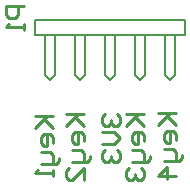
<source format=gbo>
G04*
G04 #@! TF.GenerationSoftware,Altium Limited,Altium Designer,22.3.1 (43)*
G04*
G04 Layer_Color=32896*
%FSLAX25Y25*%
%MOIN*%
G70*
G04*
G04 #@! TF.SameCoordinates,EA674111-52F9-450F-9133-BA455BD730D8*
G04*
G04*
G04 #@! TF.FilePolarity,Positive*
G04*
G01*
G75*
%ADD10C,0.01000*%
%ADD24C,0.00787*%
D10*
X442002Y193500D02*
X441002Y192500D01*
Y190501D01*
X442002Y189501D01*
X443001D01*
X444001Y190501D01*
Y191501D01*
Y190501D01*
X445001Y189501D01*
X446000D01*
X447000Y190501D01*
Y192500D01*
X446000Y193500D01*
X441002Y187502D02*
X445001D01*
X447000Y185503D01*
X445001Y183503D01*
X441002D01*
X442002Y181504D02*
X441002Y180504D01*
Y178505D01*
X442002Y177505D01*
X443001D01*
X444001Y178505D01*
Y179505D01*
Y178505D01*
X445001Y177505D01*
X446000D01*
X447000Y178505D01*
Y180504D01*
X446000Y181504D01*
X418503Y193000D02*
X424501D01*
X422501D01*
X418503Y189001D01*
X421502Y192000D01*
X424501Y189001D01*
Y184003D02*
Y186002D01*
X423501Y187002D01*
X421502D01*
X420502Y186002D01*
Y184003D01*
X421502Y183003D01*
X422501D01*
Y187002D01*
X420502Y181004D02*
X423501D01*
X424501Y180004D01*
Y177005D01*
X425500D01*
X426500Y178005D01*
Y179005D01*
X424501Y177005D02*
X420502D01*
X424501Y175006D02*
Y173006D01*
Y174006D01*
X418503D01*
X419502Y175006D01*
X429003Y193500D02*
X435001D01*
X433001D01*
X429003Y189501D01*
X432002Y192500D01*
X435001Y189501D01*
Y184503D02*
Y186502D01*
X434001Y187502D01*
X432002D01*
X431002Y186502D01*
Y184503D01*
X432002Y183503D01*
X433001D01*
Y187502D01*
X431002Y181504D02*
X434001D01*
X435001Y180504D01*
Y177505D01*
X436000D01*
X437000Y178505D01*
Y179505D01*
X435001Y177505D02*
X431002D01*
X435001Y171507D02*
Y175506D01*
X431002Y171507D01*
X430002D01*
X429003Y172507D01*
Y174506D01*
X430002Y175506D01*
X449003Y193500D02*
X455001D01*
X453001D01*
X449003Y189501D01*
X452002Y192500D01*
X455001Y189501D01*
Y184503D02*
Y186502D01*
X454001Y187502D01*
X452002D01*
X451002Y186502D01*
Y184503D01*
X452002Y183503D01*
X453001D01*
Y187502D01*
X451002Y181504D02*
X454001D01*
X455001Y180504D01*
Y177505D01*
X456000D01*
X457000Y178505D01*
Y179505D01*
X455001Y177505D02*
X451002D01*
X450002Y175506D02*
X449003Y174506D01*
Y172507D01*
X450002Y171507D01*
X451002D01*
X452002Y172507D01*
Y173506D01*
Y172507D01*
X453001Y171507D01*
X454001D01*
X455001Y172507D01*
Y174506D01*
X454001Y175506D01*
X459503Y194000D02*
X465501D01*
X463501D01*
X459503Y190001D01*
X462502Y193000D01*
X465501Y190001D01*
Y185003D02*
Y187002D01*
X464501Y188002D01*
X462502D01*
X461502Y187002D01*
Y185003D01*
X462502Y184003D01*
X463501D01*
Y188002D01*
X461502Y182004D02*
X464501D01*
X465501Y181004D01*
Y178005D01*
X466500D01*
X467500Y179005D01*
Y180005D01*
X465501Y178005D02*
X461502D01*
X465501Y173007D02*
X459503D01*
X462502Y176006D01*
Y172007D01*
X414999Y229499D02*
X409001D01*
Y226500D01*
X410001Y225500D01*
X412000D01*
X413000Y226500D01*
Y229499D01*
X414999Y223501D02*
Y221501D01*
Y222501D01*
X409001D01*
X410001Y223501D01*
D24*
X418500Y220000D02*
Y225000D01*
Y220000D02*
X468500D01*
Y225000D01*
X465167Y206667D02*
Y220000D01*
X463500Y205000D02*
X465167Y206667D01*
X461833D02*
X463500Y205000D01*
X461833Y206667D02*
Y220000D01*
X455167Y206667D02*
Y220000D01*
X453500Y205000D02*
X455167Y206667D01*
X451833D02*
X453500Y205000D01*
X451833Y206667D02*
Y220000D01*
X445167Y206667D02*
Y220000D01*
X443500Y205000D02*
X445167Y206667D01*
X441833D02*
X443500Y205000D01*
X441833Y206667D02*
Y220000D01*
X435167Y206667D02*
Y220000D01*
X433500Y205000D02*
X435167Y206667D01*
X431833D02*
X433500Y205000D01*
X431833Y206667D02*
Y220000D01*
X425167Y206667D02*
Y220000D01*
X423500Y205000D02*
X425167Y206667D01*
X421833D02*
X423500Y205000D01*
X421833Y206667D02*
Y220000D01*
X418500Y225000D02*
X468500D01*
M02*

</source>
